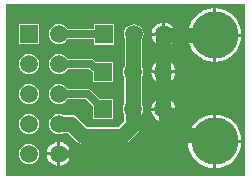
<source format=gbl>
G04*
G04 #@! TF.GenerationSoftware,Altium Limited,Altium Designer,19.1.5 (86)*
G04*
G04 Layer_Physical_Order=2*
G04 Layer_Color=16711680*
%FSLAX25Y25*%
%MOIN*%
G70*
G01*
G75*
%ADD15C,0.15748*%
%ADD16C,0.05906*%
%ADD17R,0.05906X0.05906*%
%ADD18R,0.05906X0.05906*%
%ADD19C,0.05000*%
%ADD20C,0.02500*%
G36*
X461614Y409449D02*
X381890D01*
Y466535D01*
X461614D01*
Y409449D01*
D02*
G37*
%LPC*%
G36*
X434949Y460456D02*
Y457035D01*
X438370D01*
X438300Y457567D01*
X437901Y458529D01*
X437268Y459354D01*
X436442Y459988D01*
X435481Y460386D01*
X434949Y460456D01*
D02*
G37*
G36*
X433949D02*
X433417Y460386D01*
X432455Y459988D01*
X431630Y459354D01*
X430996Y458529D01*
X430598Y457567D01*
X430528Y457035D01*
X433949D01*
Y460456D01*
D02*
G37*
G36*
X451957Y465212D02*
Y456844D01*
X460324D01*
X460202Y458084D01*
X459695Y459757D01*
X458871Y461298D01*
X457762Y462650D01*
X456411Y463759D01*
X454869Y464583D01*
X453196Y465090D01*
X451957Y465212D01*
D02*
G37*
G36*
X450957D02*
X449717Y465090D01*
X448044Y464583D01*
X446503Y463759D01*
X445151Y462650D01*
X444042Y461298D01*
X443219Y459757D01*
X442711Y458084D01*
X442589Y456844D01*
X450957D01*
Y465212D01*
D02*
G37*
G36*
X392861Y460068D02*
X386155D01*
Y453363D01*
X392861D01*
Y460068D01*
D02*
G37*
G36*
X399508Y460097D02*
X398633Y459982D01*
X397817Y459644D01*
X397117Y459107D01*
X396579Y458406D01*
X396241Y457591D01*
X396126Y456715D01*
X396241Y455840D01*
X396579Y455025D01*
X397117Y454324D01*
X397817Y453787D01*
X398633Y453449D01*
X399508Y453334D01*
X400383Y453449D01*
X401199Y453787D01*
X401899Y454324D01*
X402374Y454943D01*
X411096D01*
Y453183D01*
X417802D01*
Y459888D01*
X411096D01*
Y458308D01*
X402477D01*
X402436Y458406D01*
X401899Y459107D01*
X401199Y459644D01*
X400383Y459982D01*
X399508Y460097D01*
D02*
G37*
G36*
X438370Y456035D02*
X434949D01*
Y452614D01*
X435481Y452684D01*
X436442Y453083D01*
X437268Y453716D01*
X437901Y454542D01*
X438300Y455504D01*
X438370Y456035D01*
D02*
G37*
G36*
X433949D02*
X430528D01*
X430598Y455504D01*
X430996Y454542D01*
X431630Y453716D01*
X432455Y453083D01*
X433417Y452684D01*
X433949Y452614D01*
Y456035D01*
D02*
G37*
G36*
X460324Y455844D02*
X451957D01*
Y447477D01*
X453196Y447599D01*
X454869Y448106D01*
X456411Y448930D01*
X457762Y450039D01*
X458871Y451390D01*
X459695Y452932D01*
X460202Y454605D01*
X460324Y455844D01*
D02*
G37*
G36*
X450957D02*
X442589D01*
X442711Y454605D01*
X443219Y452932D01*
X444042Y451390D01*
X445151Y450039D01*
X446503Y448930D01*
X448044Y448106D01*
X449717Y447599D01*
X450957Y447477D01*
Y455844D01*
D02*
G37*
G36*
X434791Y447959D02*
Y444538D01*
X438212D01*
X438142Y445070D01*
X437744Y446032D01*
X437111Y446858D01*
X436285Y447491D01*
X435323Y447889D01*
X434791Y447959D01*
D02*
G37*
G36*
X433791D02*
X433259Y447889D01*
X432298Y447491D01*
X431472Y446858D01*
X430839Y446032D01*
X430440Y445070D01*
X430370Y444538D01*
X433791D01*
Y447959D01*
D02*
G37*
G36*
X389508Y450097D02*
X388633Y449982D01*
X387817Y449644D01*
X387117Y449107D01*
X386579Y448406D01*
X386241Y447591D01*
X386126Y446715D01*
X386241Y445840D01*
X386579Y445025D01*
X387117Y444324D01*
X387817Y443787D01*
X388633Y443449D01*
X389508Y443334D01*
X390383Y443449D01*
X391199Y443787D01*
X391899Y444324D01*
X392437Y445025D01*
X392774Y445840D01*
X392889Y446715D01*
X392774Y447591D01*
X392437Y448406D01*
X391899Y449107D01*
X391199Y449644D01*
X390383Y449982D01*
X389508Y450097D01*
D02*
G37*
G36*
X399508D02*
X398633Y449982D01*
X397817Y449644D01*
X397117Y449107D01*
X396579Y448406D01*
X396241Y447591D01*
X396126Y446715D01*
X396241Y445840D01*
X396579Y445025D01*
X397117Y444324D01*
X397817Y443787D01*
X398633Y443449D01*
X399508Y443334D01*
X400383Y443449D01*
X401199Y443787D01*
X401899Y444324D01*
X402436Y445025D01*
X402440Y445033D01*
X409451D01*
X409932Y444552D01*
X409932Y444552D01*
X410478Y444187D01*
X410939Y444095D01*
Y440686D01*
X417644D01*
Y447391D01*
X412751D01*
X412589Y447423D01*
X411819D01*
X411337Y447905D01*
X410791Y448270D01*
X410148Y448398D01*
X402440D01*
X402436Y448406D01*
X401899Y449107D01*
X401199Y449644D01*
X400383Y449982D01*
X399508Y450097D01*
D02*
G37*
G36*
X438212Y443538D02*
X434791D01*
Y440117D01*
X435323Y440187D01*
X436285Y440586D01*
X437111Y441219D01*
X437744Y442045D01*
X438142Y443007D01*
X438212Y443538D01*
D02*
G37*
G36*
X433791D02*
X430370D01*
X430440Y443007D01*
X430839Y442045D01*
X431472Y441219D01*
X432298Y440586D01*
X433259Y440187D01*
X433791Y440117D01*
Y443538D01*
D02*
G37*
G36*
X389508Y440097D02*
X388633Y439982D01*
X387817Y439644D01*
X387117Y439107D01*
X386579Y438406D01*
X386241Y437591D01*
X386126Y436716D01*
X386241Y435840D01*
X386579Y435025D01*
X387117Y434324D01*
X387817Y433787D01*
X388633Y433449D01*
X389508Y433334D01*
X390383Y433449D01*
X391199Y433787D01*
X391899Y434324D01*
X392437Y435025D01*
X392774Y435840D01*
X392889Y436716D01*
X392774Y437591D01*
X392437Y438406D01*
X391899Y439107D01*
X391199Y439644D01*
X390383Y439982D01*
X389508Y440097D01*
D02*
G37*
G36*
X434791Y435462D02*
Y432041D01*
X438212D01*
X438142Y432573D01*
X437744Y433535D01*
X437111Y434360D01*
X436285Y434994D01*
X435323Y435392D01*
X434791Y435462D01*
D02*
G37*
G36*
X433791D02*
X433259Y435392D01*
X432298Y434994D01*
X431472Y434360D01*
X430839Y433535D01*
X430440Y432573D01*
X430370Y432041D01*
X433791D01*
Y435462D01*
D02*
G37*
G36*
X399508Y440097D02*
X398633Y439982D01*
X397817Y439644D01*
X397117Y439107D01*
X396579Y438406D01*
X396241Y437591D01*
X396126Y436716D01*
X396241Y435840D01*
X396579Y435025D01*
X397117Y434324D01*
X397817Y433787D01*
X398633Y433449D01*
X399508Y433334D01*
X400383Y433449D01*
X401199Y433787D01*
X401899Y434324D01*
X402322Y434876D01*
X408578D01*
X410939Y432515D01*
Y428189D01*
X417644D01*
Y434894D01*
X413318D01*
X410464Y437748D01*
X409918Y438112D01*
X409275Y438240D01*
X402505D01*
X402436Y438406D01*
X401899Y439107D01*
X401199Y439644D01*
X400383Y439982D01*
X399508Y440097D01*
D02*
G37*
G36*
X438212Y431041D02*
X434791D01*
Y427620D01*
X435323Y427690D01*
X436285Y428089D01*
X437111Y428722D01*
X437744Y429548D01*
X438142Y430509D01*
X438212Y431041D01*
D02*
G37*
G36*
X433791D02*
X430370D01*
X430440Y430509D01*
X430839Y429548D01*
X431472Y428722D01*
X432298Y428089D01*
X433259Y427690D01*
X433791Y427620D01*
Y431041D01*
D02*
G37*
G36*
X424449Y459917D02*
X423574Y459802D01*
X422758Y459464D01*
X422058Y458927D01*
X421520Y458226D01*
X421182Y457411D01*
X421067Y456535D01*
X421182Y455660D01*
X421445Y455026D01*
Y445836D01*
X421363Y445729D01*
X421025Y444914D01*
X420910Y444038D01*
X421025Y443163D01*
X421363Y442347D01*
X421366Y442343D01*
Y433237D01*
X421363Y433232D01*
X421025Y432416D01*
X420910Y431541D01*
X421025Y430666D01*
X421193Y430260D01*
Y427596D01*
X419300Y425703D01*
X408839D01*
X405758Y428784D01*
X405152Y429249D01*
X404447Y429541D01*
X403690Y429640D01*
X401203D01*
X401199Y429644D01*
X400383Y429982D01*
X399508Y430097D01*
X398633Y429982D01*
X397817Y429644D01*
X397117Y429107D01*
X396579Y428406D01*
X396241Y427591D01*
X396126Y426716D01*
X396241Y425840D01*
X396579Y425025D01*
X397117Y424324D01*
X397817Y423787D01*
X398633Y423449D01*
X399508Y423334D01*
X400383Y423449D01*
X401199Y423787D01*
X401203Y423791D01*
X402478D01*
X405559Y420710D01*
X406164Y420245D01*
X406870Y419953D01*
X407627Y419853D01*
X420512D01*
X421269Y419953D01*
X421974Y420245D01*
X422580Y420710D01*
X426186Y424317D01*
X426651Y424922D01*
X426943Y425628D01*
X427043Y426385D01*
Y429620D01*
X427220Y429850D01*
X427558Y430666D01*
X427673Y431541D01*
X427558Y432416D01*
X427220Y433232D01*
X427216Y433237D01*
Y442343D01*
X427220Y442347D01*
X427558Y443163D01*
X427673Y444038D01*
X427558Y444914D01*
X427295Y445548D01*
Y454737D01*
X427377Y454845D01*
X427715Y455660D01*
X427831Y456535D01*
X427715Y457411D01*
X427377Y458226D01*
X426840Y458927D01*
X426140Y459464D01*
X425324Y459802D01*
X424449Y459917D01*
D02*
G37*
G36*
X389508Y430097D02*
X388633Y429982D01*
X387817Y429644D01*
X387117Y429107D01*
X386579Y428406D01*
X386241Y427591D01*
X386126Y426716D01*
X386241Y425840D01*
X386579Y425025D01*
X387117Y424324D01*
X387817Y423787D01*
X388633Y423449D01*
X389508Y423334D01*
X390383Y423449D01*
X391199Y423787D01*
X391899Y424324D01*
X392437Y425025D01*
X392774Y425840D01*
X392889Y426716D01*
X392774Y427591D01*
X392437Y428406D01*
X391899Y429107D01*
X391199Y429644D01*
X390383Y429982D01*
X389508Y430097D01*
D02*
G37*
G36*
X451957Y429779D02*
Y421411D01*
X460324D01*
X460202Y422651D01*
X459695Y424324D01*
X458871Y425865D01*
X457762Y427217D01*
X456411Y428326D01*
X454869Y429149D01*
X453196Y429657D01*
X451957Y429779D01*
D02*
G37*
G36*
X450957D02*
X449717Y429657D01*
X448044Y429149D01*
X446503Y428326D01*
X445151Y427217D01*
X444042Y425865D01*
X443219Y424324D01*
X442711Y422651D01*
X442589Y421411D01*
X450957D01*
Y429779D01*
D02*
G37*
G36*
X400008Y420637D02*
Y417215D01*
X403429D01*
X403359Y417747D01*
X402961Y418709D01*
X402327Y419535D01*
X401501Y420168D01*
X400540Y420567D01*
X400008Y420637D01*
D02*
G37*
G36*
X399008Y420637D02*
X398476Y420567D01*
X397514Y420168D01*
X396689Y419535D01*
X396055Y418709D01*
X395657Y417747D01*
X395587Y417215D01*
X399008D01*
Y420637D01*
D02*
G37*
G36*
X389508Y420097D02*
X388633Y419982D01*
X387817Y419644D01*
X387117Y419107D01*
X386579Y418406D01*
X386241Y417591D01*
X386126Y416715D01*
X386241Y415840D01*
X386579Y415025D01*
X387117Y414324D01*
X387817Y413787D01*
X388633Y413449D01*
X389508Y413334D01*
X390383Y413449D01*
X391199Y413787D01*
X391899Y414324D01*
X392437Y415025D01*
X392774Y415840D01*
X392889Y416715D01*
X392774Y417591D01*
X392437Y418406D01*
X391899Y419107D01*
X391199Y419644D01*
X390383Y419982D01*
X389508Y420097D01*
D02*
G37*
G36*
X399008Y416216D02*
X395587D01*
X395657Y415684D01*
X396055Y414722D01*
X396689Y413896D01*
X397514Y413263D01*
X398476Y412864D01*
X399008Y412794D01*
Y416216D01*
D02*
G37*
G36*
X403429D02*
X400008D01*
Y412794D01*
X400540Y412864D01*
X401501Y413263D01*
X402327Y413896D01*
X402961Y414722D01*
X403359Y415684D01*
X403429Y416216D01*
D02*
G37*
G36*
X460324Y420411D02*
X451957D01*
Y412044D01*
X453196Y412166D01*
X454869Y412673D01*
X456411Y413497D01*
X457762Y414606D01*
X458871Y415957D01*
X459695Y417499D01*
X460202Y419172D01*
X460324Y420411D01*
D02*
G37*
G36*
X450957D02*
X442589D01*
X442711Y419172D01*
X443219Y417499D01*
X444042Y415957D01*
X445151Y414606D01*
X446503Y413497D01*
X448044Y412673D01*
X449717Y412166D01*
X450957Y412044D01*
Y420411D01*
D02*
G37*
%LPD*%
D15*
X451457Y420911D02*
D03*
Y456344D02*
D03*
D16*
X424449Y456535D02*
D03*
X434449D02*
D03*
X399508Y416715D02*
D03*
X389508D02*
D03*
X399508Y426716D02*
D03*
X389508D02*
D03*
X399508Y436716D02*
D03*
X389508D02*
D03*
X399508Y446715D02*
D03*
X389508D02*
D03*
X399508Y456715D02*
D03*
X424291Y444038D02*
D03*
X434291D02*
D03*
X424291Y431541D02*
D03*
X434291D02*
D03*
D17*
X414449Y456535D02*
D03*
X414291Y444038D02*
D03*
Y431541D02*
D03*
D18*
X389508Y456715D02*
D03*
D19*
X434291Y431541D02*
X442865Y422968D01*
X449400D01*
X451457Y420911D01*
X434449Y456535D02*
X434544Y456440D01*
X451361D01*
X451457Y456344D01*
X434291Y444038D02*
Y456378D01*
X434449Y456535D01*
X424291Y444038D02*
X424370Y444117D01*
Y456457D02*
X424449Y456535D01*
X424370Y444117D02*
Y456457D01*
X434291Y431541D02*
Y444038D01*
X399508Y426716D02*
X403690D01*
X407627Y422779D01*
X420512D02*
X424118Y426385D01*
X407627Y422779D02*
X420512D01*
X424118Y426385D02*
Y431368D01*
X424291Y431541D01*
Y444038D01*
D20*
X399508Y456715D02*
X399598Y456626D01*
X414359D01*
X414449Y456535D01*
X399508Y446715D02*
X410148D01*
X411122Y445741D01*
X412589D01*
X414291Y444038D01*
X399508Y436716D02*
X399665Y436558D01*
X409275D01*
X414291Y431541D01*
X399508Y416715D02*
X432165D01*
X434291Y418842D01*
Y431541D01*
M02*

</source>
